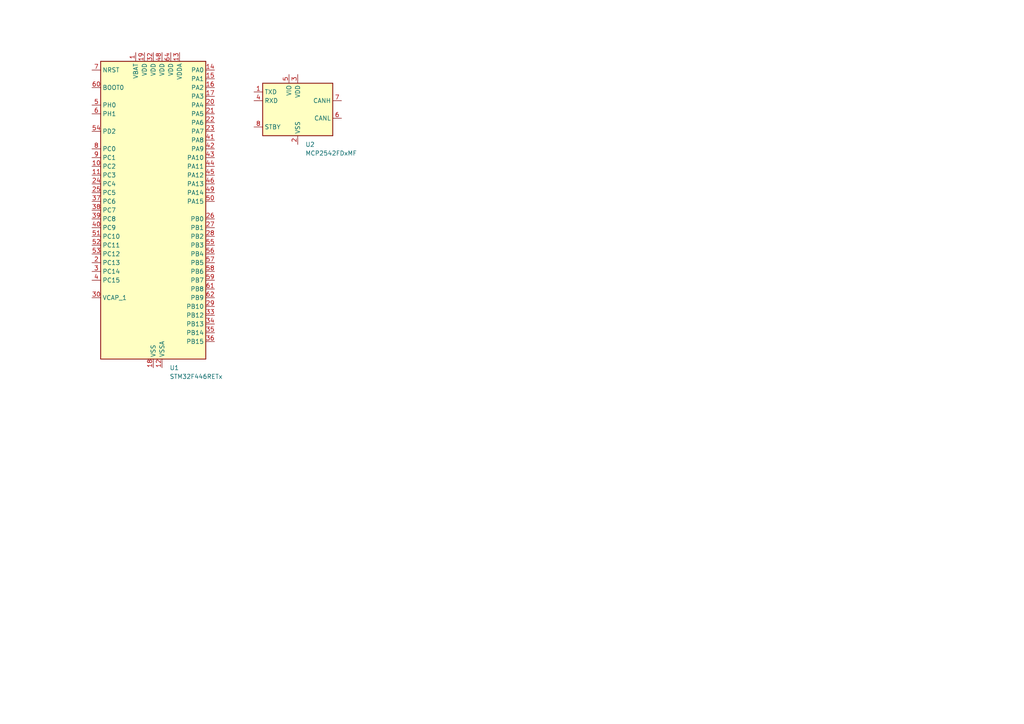
<source format=kicad_sch>
(kicad_sch (version 20231120) (generator "eeschema") (generator_version "8.0")
  (paper "A4")
  (title_block (title "Motor Controller") (date "2024-09-18") (rev "v1.0") (company "Mini-Pomeranian"))
  (lib_symbols
    (symbol "Interface_CAN_LIN:MCP2542FDxMF"
      (property "Reference" "U" (at -10.16 8.89 0))
      (property "Value" "MCP2542FDxMF" (at 2.54 8.89 0))
      (symbol "MCP2542FDxMF_0_1"
        (rectangle (start -10.16 7.62) (end 10.16 -7.62) (stroke (width 0.254)) (fill (type background)))
      )
      (symbol "MCP2542FDxMF_1_1"
        (pin input line (at -12.7 5.08 0) (length 2.54) (name "TXD") (number "1"))
        (pin power_in line (at 0 -10.16 90) (length 2.54) (name "VSS") (number "2"))
        (pin power_in line (at 0 10.16 270) (length 2.54) (name "VDD") (number "3"))
        (pin output line (at -12.7 2.54 0) (length 2.54) (name "RXD") (number "4"))
        (pin power_in line (at -2.54 10.16 270) (length 2.54) (name "VIO") (number "5"))
        (pin bidirectional line (at 12.7 -2.54 180) (length 2.54) (name "CANL") (number "6"))
        (pin bidirectional line (at 12.7 2.54 180) (length 2.54) (name "CANH") (number "7"))
        (pin input line (at -12.7 -5.08 0) (length 2.54) (name "STBY") (number "8"))
        (pin passive line (at 0 -10.16 90) (length 2.54) hide (name "VSS") (number "9"))
      )
    )
    (symbol "MCU_ST_STM32F4:STM32F446RETx"
      (property "Reference" "U" (at -15.24 44.45 0))
      (property "Value" "STM32F446RETx" (at 10.16 44.45 0))
      (symbol "STM32F446RETx_0_1"
        (rectangle (start -15.24 -43.18) (end 15.24 43.18) (stroke (width 0.254)) (fill (type background)))
      )
      (symbol "STM32F446RETx_1_1"
        (pin power_in line (at -5.08 45.72 270) (length 2.54) (name "VBAT") (number "1"))
        (pin bidirectional line (at -17.78 12.7 0) (length 2.54) (name "PC2") (number "10"))
        (pin bidirectional line (at -17.78 10.16 0) (length 2.54) (name "PC3") (number "11"))
        (pin power_in line (at 2.54 -45.72 90) (length 2.54) (name "VSSA") (number "12"))
        (pin power_in line (at 7.62 45.72 270) (length 2.54) (name "VDDA") (number "13"))
        (pin bidirectional line (at 17.78 40.64 180) (length 2.54) (name "PA0") (number "14"))
        (pin bidirectional line (at 17.78 38.1 180) (length 2.54) (name "PA1") (number "15"))
        (pin bidirectional line (at 17.78 35.56 180) (length 2.54) (name "PA2") (number "16"))
        (pin bidirectional line (at 17.78 33.02 180) (length 2.54) (name "PA3") (number "17"))
        (pin power_in line (at 0 -45.72 90) (length 2.54) (name "VSS") (number "18"))
        (pin power_in line (at -2.54 45.72 270) (length 2.54) (name "VDD") (number "19"))
        (pin bidirectional line (at -17.78 -15.24 0) (length 2.54) (name "PC13") (number "2"))
        (pin bidirectional line (at 17.78 30.48 180) (length 2.54) (name "PA4") (number "20"))
        (pin bidirectional line (at 17.78 27.94 180) (length 2.54) (name "PA5") (number "21"))
        (pin bidirectional line (at 17.78 25.4 180) (length 2.54) (name "PA6") (number "22"))
        (pin bidirectional line (at 17.78 22.86 180) (length 2.54) (name "PA7") (number "23"))
        (pin bidirectional line (at -17.78 7.62 0) (length 2.54) (name "PC4") (number "24"))
        (pin bidirectional line (at -17.78 5.08 0) (length 2.54) (name "PC5") (number "25"))
        (pin bidirectional line (at 17.78 -2.54 180) (length 2.54) (name "PB0") (number "26"))
        (pin bidirectional line (at 17.78 -5.08 180) (length 2.54) (name "PB1") (number "27"))
        (pin bidirectional line (at 17.78 -7.62 180) (length 2.54) (name "PB2") (number "28"))
        (pin bidirectional line (at 17.78 -27.94 180) (length 2.54) (name "PB10") (number "29"))
        (pin bidirectional line (at -17.78 -17.78 0) (length 2.54) (name "PC14") (number "3"))
        (pin power_out line (at -17.78 -25.4 0) (length 2.54) (name "VCAP_1") (number "30"))
        (pin passive line (at 0 -45.72 90) (length 2.54) hide (name "VSS") (number "31"))
        (pin power_in line (at 0 45.72 270) (length 2.54) (name "VDD") (number "32"))
        (pin bidirectional line (at 17.78 -30.48 180) (length 2.54) (name "PB12") (number "33"))
        (pin bidirectional line (at 17.78 -33.02 180) (length 2.54) (name "PB13") (number "34"))
        (pin bidirectional line (at 17.78 -35.56 180) (length 2.54) (name "PB14") (number "35"))
        (pin bidirectional line (at 17.78 -38.1 180) (length 2.54) (name "PB15") (number "36"))
        (pin bidirectional line (at -17.78 2.54 0) (length 2.54) (name "PC6") (number "37"))
        (pin bidirectional line (at -17.78 0 0) (length 2.54) (name "PC7") (number "38"))
        (pin bidirectional line (at -17.78 -2.54 0) (length 2.54) (name "PC8") (number "39"))
        (pin bidirectional line (at -17.78 -20.32 0) (length 2.54) (name "PC15") (number "4"))
        (pin bidirectional line (at -17.78 -5.08 0) (length 2.54) (name "PC9") (number "40"))
        (pin bidirectional line (at 17.78 20.32 180) (length 2.54) (name "PA8") (number "41"))
        (pin bidirectional line (at 17.78 17.78 180) (length 2.54) (name "PA9") (number "42"))
        (pin bidirectional line (at 17.78 15.24 180) (length 2.54) (name "PA10") (number "43"))
        (pin bidirectional line (at 17.78 12.7 180) (length 2.54) (name "PA11") (number "44"))
        (pin bidirectional line (at 17.78 10.16 180) (length 2.54) (name "PA12") (number "45"))
        (pin bidirectional line (at 17.78 7.62 180) (length 2.54) (name "PA13") (number "46"))
        (pin passive line (at 0 -45.72 90) (length 2.54) hide (name "VSS") (number "47"))
        (pin power_in line (at 2.54 45.72 270) (length 2.54) (name "VDD") (number "48"))
        (pin bidirectional line (at 17.78 5.08 180) (length 2.54) (name "PA14") (number "49"))
        (pin bidirectional line (at -17.78 30.48 0) (length 2.54) (name "PH0") (number "5"))
        (pin bidirectional line (at 17.78 2.54 180) (length 2.54) (name "PA15") (number "50"))
        (pin bidirectional line (at -17.78 -7.62 0) (length 2.54) (name "PC10") (number "51"))
        (pin bidirectional line (at -17.78 -10.16 0) (length 2.54) (name "PC11") (number "52"))
        (pin bidirectional line (at -17.78 -12.7 0) (length 2.54) (name "PC12") (number "53"))
        (pin bidirectional line (at -17.78 22.86 0) (length 2.54) (name "PD2") (number "54"))
        (pin bidirectional line (at 17.78 -10.16 180) (length 2.54) (name "PB3") (number "55"))
        (pin bidirectional line (at 17.78 -12.7 180) (length 2.54) (name "PB4") (number "56"))
        (pin bidirectional line (at 17.78 -15.24 180) (length 2.54) (name "PB5") (number "57"))
        (pin bidirectional line (at 17.78 -17.78 180) (length 2.54) (name "PB6") (number "58"))
        (pin bidirectional line (at 17.78 -20.32 180) (length 2.54) (name "PB7") (number "59"))
        (pin bidirectional line (at -17.78 27.94 0) (length 2.54) (name "PH1") (number "6"))
        (pin input line (at -17.78 35.56 0) (length 2.54) (name "BOOT0") (number "60"))
        (pin bidirectional line (at 17.78 -22.86 180) (length 2.54) (name "PB8") (number "61"))
        (pin bidirectional line (at 17.78 -25.4 180) (length 2.54) (name "PB9") (number "62"))
        (pin passive line (at 0 -45.72 90) (length 2.54) hide (name "VSS") (number "63"))
        (pin power_in line (at 5.08 45.72 270) (length 2.54) (name "VDD") (number "64"))
        (pin input line (at -17.78 40.64 0) (length 2.54) (name "NRST") (number "7"))
        (pin bidirectional line (at -17.78 17.78 0) (length 2.54) (name "PC0") (number "8"))
        (pin bidirectional line (at -17.78 15.24 0) (length 2.54) (name "PC1") (number "9"))
      )
    )
  )
  (symbol (lib_id "Interface_CAN_LIN:MCP2542FDxMF") (at 86.36 31.75 0) (unit 1)
    (property "Reference" "U2" (at 88.5541 41.91 0) (effects (justify left)))
    (property "Value" "MCP2542FDxMF" (at 88.5541 44.45 0) (effects (justify left)))
    (property "Footprint" "Package_DFN_QFN:DFN-8-1EP_3x3mm_P0.65mm_EP1.55x2.4mm" (effects (hide yes)))
    (property "Datasheet" "http://ww1.microchip.com/downloads/en/DeviceDoc/MCP2542FD-4FD-MCP2542WFD-4WFD-Data-Sheet20005514B.pdf" (effects (hide yes)))
    (property "Description" "CAN-FD Transceiver, Wake-Up on CAN activity, 8Mbps, 5V supply, STBY pin, 3x3 DFN-8" (effects (hide yes)))
  )
  (symbol (lib_id "MCU_ST_STM32F4:STM32F446RETx") (at 44.45 60.96 0) (unit 1)
    (property "Reference" "U1" (at 49.1841 106.68 0) (effects (justify left)))
    (property "Value" "STM32F446RETx" (at 49.1841 109.22 0) (effects (justify left)))
    (property "Footprint" "Package_QFP:LQFP-64_10x10mm_P0.5mm" (effects (hide yes)))
    (property "Datasheet" "https://www.st.com/resource/en/datasheet/stm32f446re.pdf" (effects (hide yes)))
    (property "Description" "STMicroelectronics Arm Cortex-M4 MCU, 512KB flash, 128KB RAM, 180 MHz, 1.8-3.6V, 50 GPIO, LQFP64" (effects (hide yes)))
  )
)
</source>
